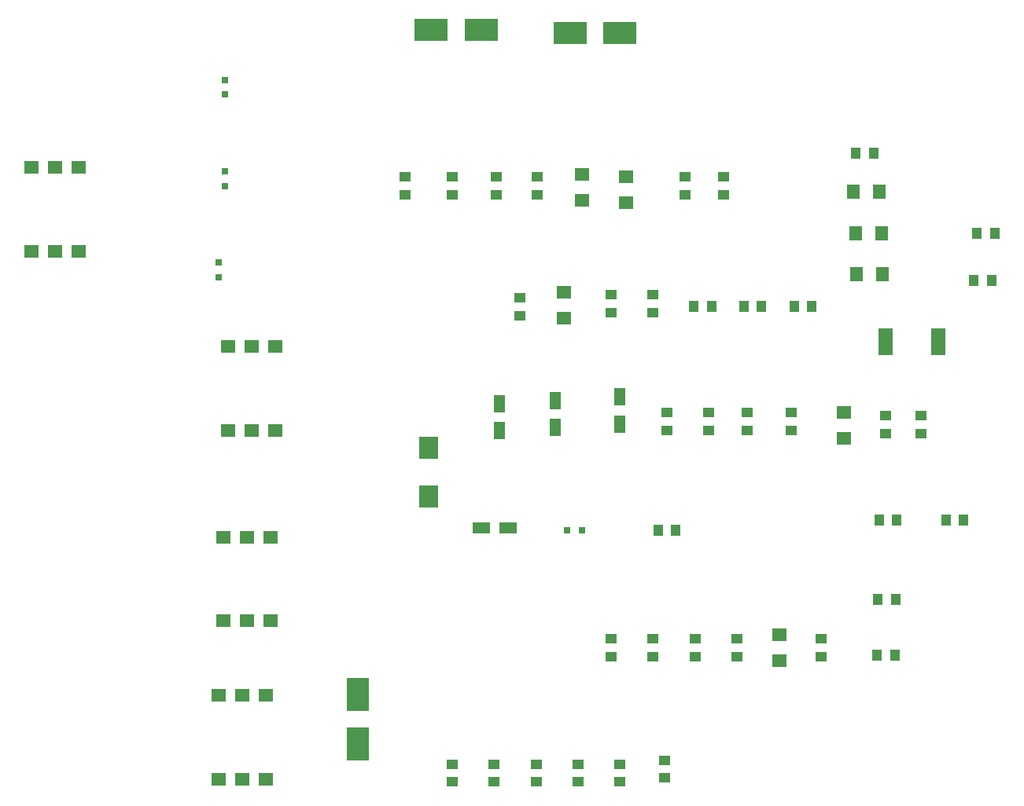
<source format=gbr>
G04 DipTrace 2.4.0.2*
%INTopPaste.gbr*%
%MOMM*%
%ADD64R,1.6X1.4*%
%ADD66R,1.4X1.6*%
%ADD68R,1.6X3.0*%
%ADD70R,1.1X1.3*%
%ADD72R,1.3X1.1*%
%ADD85R,1.58X1.32*%
%ADD101R,0.7X0.7*%
%ADD103R,3.55X2.35*%
%ADD105R,1.95X1.15*%
%ADD107R,2.35X3.55*%
%ADD109R,1.15X1.95*%
%ADD111R,2.15X2.45*%
%FSLAX53Y53*%
G04*
G71*
G90*
G75*
G01*
%LNTopPaste*%
%LPD*%
D111*
X71967Y64883D3*
Y59644D3*
D109*
X79587Y66787D3*
Y69645D3*
D107*
X64347Y32974D3*
Y38371D3*
D109*
X85620Y67105D3*
Y69962D3*
D105*
X80540Y56310D3*
X77682D3*
D103*
X72285Y109968D3*
X77682D3*
D109*
X92605Y67422D3*
Y70439D3*
D103*
Y109650D3*
X87207D3*
D101*
X50060Y102983D3*
Y104570D3*
Y93140D3*
Y94728D3*
X86890Y55993D3*
X88478D3*
X49425Y83297D3*
Y84885D3*
D85*
X29280Y86100D3*
X31820D3*
X34360D3*
Y95149D3*
X31820D3*
X29280D3*
X50377Y66788D3*
X52917D3*
X55458D3*
Y75836D3*
X52917D3*
X50377D3*
X54980Y55300D3*
X52440D3*
X49900D3*
Y46251D3*
X52440D3*
X54980D3*
X54505Y38212D3*
X51965D3*
X49425D3*
Y29164D3*
X51965D3*
X54505D3*
D72*
X69427Y94093D3*
Y92192D3*
X97685Y68692D3*
Y66793D3*
X91651Y44306D3*
Y42406D3*
X74526Y28930D3*
Y30830D3*
X74507Y92188D3*
Y94087D3*
X102130Y66788D3*
Y68688D3*
X96175Y44306D3*
Y42406D3*
X79050Y28930D3*
Y30830D3*
X79270Y92188D3*
Y94087D3*
X106257Y68692D3*
Y66793D3*
X100699Y42406D3*
Y44306D3*
D70*
X119910Y96633D3*
X118010D3*
D72*
X83574Y30830D3*
Y28930D3*
D70*
X102447Y80123D3*
X100547D3*
X105940D3*
X107840D3*
X113242D3*
X111342D3*
D72*
X83715Y92188D3*
Y94087D3*
X99590Y94093D3*
Y92192D3*
D70*
X98635Y55992D3*
X96735D3*
D72*
X111020Y66788D3*
Y68688D3*
D70*
X132927Y88060D3*
X131028D3*
X132610Y82980D3*
X130710D3*
D72*
X105223Y42406D3*
Y44306D3*
X88098Y28930D3*
Y30830D3*
D68*
X121237Y76312D3*
X126837D3*
D66*
X120862Y83615D3*
X118062D3*
D64*
X88478Y94410D3*
Y91610D3*
D66*
X120545Y92505D3*
X117745D3*
D64*
X116735Y68692D3*
Y65892D3*
X109747Y44756D3*
Y41956D3*
D72*
X81810Y79170D3*
Y81070D3*
X92622Y28930D3*
Y30830D3*
D64*
X93240Y94093D3*
Y91293D3*
D66*
X118005Y88060D3*
X120805D3*
D64*
X86572Y81710D3*
Y78910D3*
D72*
X121180Y66470D3*
Y68370D3*
X114271Y44306D3*
Y42406D3*
X97367Y29325D3*
Y31225D3*
D70*
X120280Y42600D3*
X122180D3*
D72*
X91652Y79487D3*
Y81388D3*
X96098Y81392D3*
Y79492D3*
D70*
X129580Y57100D3*
X127680D3*
X120480D3*
X122380D3*
D72*
X124990Y66470D3*
Y68370D3*
D70*
X120380Y48600D3*
X122280D3*
D72*
X103717Y94093D3*
Y92192D3*
M02*

</source>
